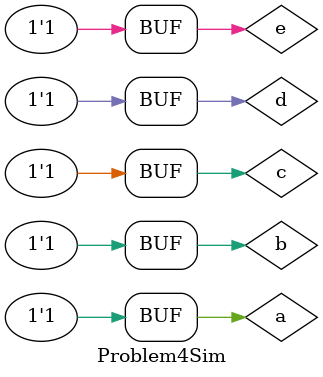
<source format=v>
`timescale 1ns / 1ps


module Problem4Sim();

    reg a;
    reg b;
    reg c;
    reg d;
    reg e;
    
    wire x;
        
    Problem4Mod UUT(
        .a(a),
        .b(b),
        .c(c),
        .d(d),
        .e(e),
        .x(x)
    );
    
    initial begin
        a=0;
        b=0;
        c=0;
        d=0;
        e=0;
        #10;
        
        a=0;
        b=0;
        c=0;
        d=0;
        e=1;
        #10;  
        
        a=0;
        b=0;
        c=0;
        d=1;
        e=0;
        #10;      
        
        a=0;
        b=0;
        c=0;
        d=1;
        e=1;
        #10;    
        
        a=0;
        b=0;
        c=1;
        d=0;
        e=0;
        #10;
        
        a=0;
        b=0;
        c=1;
        d=0;
        e=1;
        #10;
        
        a=0;
        b=0;
        c=1;
        d=1;
        e=0;
        #10;
        
        a=0;
        b=0;
        c=1;
        d=1;
        e=1;
        #10;
        
        a=0;
        b=1;
        c=0;
        d=0;
        e=0;
        #10;
        
        a=0;
        b=1;
        c=0;
        d=0;
        e=1;
        #10;
        
        a=0;
        b=1;
        c=0;
        d=1;
        e=0;
        #10;
        
        a=0;
        b=1;
        c=0;
        d=1;
        e=1;
        #10;
        
        a=0;
        b=1;
        c=1;
        d=0;
        e=0;
        #10;
        
        a=0;
        b=1;
        c=1;
        d=0;
        e=1;
        #10;
        
        a=0;
        b=1;
        c=1;
        d=1;
        e=0;
        #10;
        
        a=0;
        b=1;
        c=1;
        d=1;
        e=1;
        #10;
        
        a=1;
        b=0;
        c=0;
        d=0;
        e=0;
        #10;
        
        a=1;
        b=0;
        c=0;
        d=0;
        e=1;
        #10;
        
        a=1;
        b=0;
        c=0;
        d=1;
        e=0;
        #10;
        
        a=1;
        b=0;
        c=0;
        d=1;
        e=1;
        #10;
        
        a=1;
        b=0;
        c=1;
        d=0;
        e=0;
        #10;
        
        a=1;
        b=0;
        c=1;
        d=0;
        e=1;
        #10;
        
        a=1;
        b=0;
        c=1;
        d=1;
        e=0;
        #10;
        
        a=1;
        b=0;
        c=1;
        d=1;
        e=1;
        #10;
        
        a=1;
        b=1;
        c=0;
        d=0;
        e=0;
        #10;
        
        a=1;
        b=1;
        c=0;
        d=0;
        e=1;
        #10;
        
        a=1;
        b=1;
        c=0;
        d=1;
        e=0;
        #10;
        
        a=1;
        b=1;
        c=0;
        d=1;
        e=1;
        #10;
        
        a=1;
        b=1;
        c=1;
        d=0;
        e=0;
        #10;
        
        a=1;
        b=1;
        c=1;
        d=0;
        e=1;
        #10;
        
        a=1;
        b=1;
        c=1;
        d=1;
        e=0;
        #10;
        
        a=1;
        b=1;
        c=1;
        d=1;
        e=1;
        #10;
        
    end

endmodule

</source>
